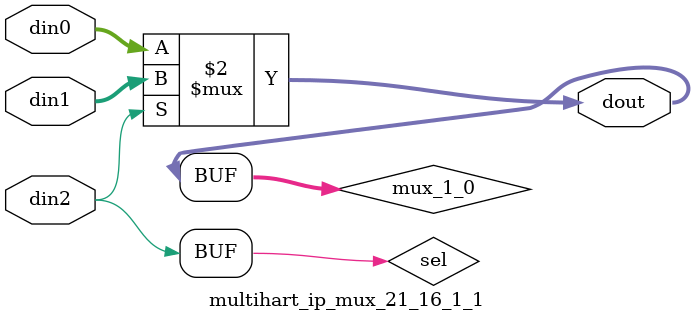
<source format=v>

`timescale 1ns/1ps

module multihart_ip_mux_21_16_1_1 #(
parameter
    ID                = 0,
    NUM_STAGE         = 1,
    din0_WIDTH       = 32,
    din1_WIDTH       = 32,
    din2_WIDTH         = 32,
    dout_WIDTH            = 32
)(
    input  [15 : 0]     din0,
    input  [15 : 0]     din1,
    input  [0 : 0]    din2,
    output [15 : 0]   dout);

// puts internal signals
wire [0 : 0]     sel;
// level 1 signals
wire [15 : 0]         mux_1_0;

assign sel = din2;

// Generate level 1 logic
assign mux_1_0 = (sel[0] == 0)? din0 : din1;

// output logic
assign dout = mux_1_0;

endmodule

</source>
